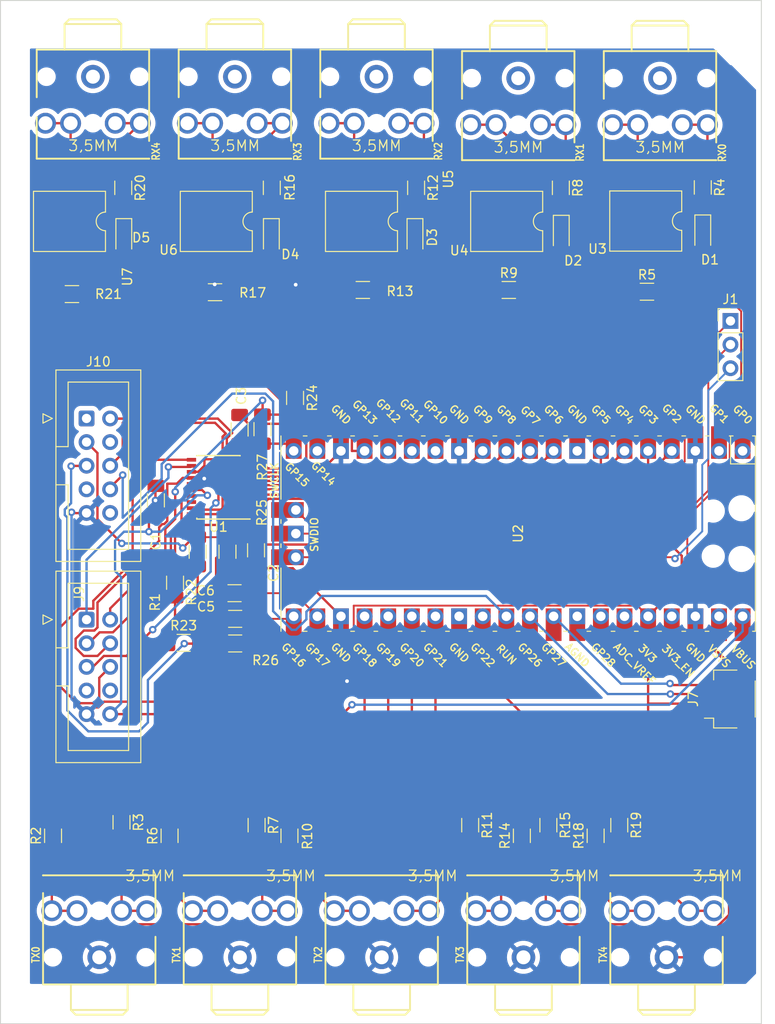
<source format=kicad_pcb>
(kicad_pcb (version 20221018) (generator pcbnew)
  (layers (0 "F.Cu" signal) (31 "B.Cu" signal) (34 "B.Paste" user) (35 "F.Paste" user) (36 "B.SilkS" user "B.Silkscreen") (37 "F.SilkS" user "F.Silkscreen") (38 "B.Mask" user) (39 "F.Mask" user) (44 "Edge.Cuts" user))
  (net 0 "")
  (net 1 "+5V")
  (net 2 "Net-(J1-Pin_2)")
  (net 3 "Net-(J1-Pin_3)")
  (net 4 "Net-(U1-OE)")
  (net 5 "Net-(U1-A1)")
  (net 6 "Net-(U1-A2)")
  (net 7 "Net-(U1-A3)")
  (net 8 "Net-(U1-A4)")
  (net 9 "Net-(U1-A5)")
  (net 10 "Net-(U1-A6)")
  (net 18 "Net-(D1-K)")
  (net 19 "Net-(D1-A)")
  (net 20 "Net-(D2-K)")
  (net 21 "Net-(D2-A)")
  (net 22 "Net-(D3-K)")
  (net 23 "Net-(D3-A)")
  (net 24 "Net-(D4-K)")
  (net 25 "Net-(D4-A)")
  (net 26 "Net-(D5-K)")
  (net 27 "Net-(D5-A)")
  (net 28 "Net-(J1-Pin_1)")
  (net 34 "Net-(R2-Pad1)")
  (net 35 "Net-(R3-Pad2)")
  (net 36 "Net-(R4-Pad1)")
  (net 37 "Net-(R6-Pad1)")
  (net 38 "Net-(R7-Pad2)")
  (net 39 "Net-(R8-Pad1)")
  (net 40 "Net-(R10-Pad1)")
  (net 41 "Net-(R11-Pad2)")
  (net 42 "Net-(R12-Pad1)")
  (net 43 "Net-(R14-Pad1)")
  (net 44 "Net-(R15-Pad2)")
  (net 45 "Net-(R16-Pad1)")
  (net 46 "Net-(R18-Pad1)")
  (net 47 "Net-(R19-Pad2)")
  (net 48 "Net-(R20-Pad1)")
  (net 54 "Net-(J7-Pin_3)")
  (net 55 "Net-(J7-Pin_4)")
  (net 57 "RGND")
  (net 58 "R3V")
  (net 59 "Net-(U2-GPIO15)")
  (net 60 "Net-(U2-GPIO16)")
  (net 61 "Net-(U2-GPIO17)")
  (net 62 "Encoder Push")
  (net 63 "Encoder A")
  (net 64 "Encoder B")
  (net 65 "Reset")
  (net 66 "RX1")
  (net 67 "RX2")
  (net 68 "RX3")
  (net 69 "RX4")
  (net 70 "RX5")
  (net 71 "TX1")
  (net 72 "TX3")
  (net 73 "TX4")
  (net 74 "TX5")
  (net 75 "TX2")
  (net 82 "5V Buzz")
  (net 83 "5V LCD CS")
  (net 84 "5V LCD RS")
  (net 85 "5V LCD Reset")
  (net 86 "5V Backlight")
  (net 87 "5V LCD CLK")
  (net 88 "5V LCD MOSI")
  (net 89 "Net-(U1-A7)")
  (net 90 "Net-(U1-A8)")
  (footprint "Resistor_SMD:R_1206_3216Metric_Pad1.30x1.75mm_HandSolder" (layer "F.Cu") (at 169.169659 50.140795 -90)
    (fp_text reference "R16")
    (fp_text value "220")
  )
  (footprint "Resistor_SMD:R_1206_3216Metric_Pad1.30x1.75mm_HandSolder" (layer "F.Cu") (at 190.494352 118.655384 -90)
    (fp_text reference "R11")
    (fp_text value "10")
  )
  (footprint "Resistor_SMD:R_1206_3216Metric_Pad1.30x1.75mm_HandSolder" (layer "F.Cu") (at 163.06679 61.363971)
    (fp_text reference "R17")
    (fp_text value "470")
  )
  (footprint "Package_DIP:SMDIP-6_W9.53mm" (layer "F.Cu") (at 194.416236 53.750701 -90)
    (fp_text reference "U4")
    (fp_text value "H11L1")
  )
  (footprint "Adafruit MIDI FeatherWing:STX3100" (layer "F.Cu") (at 180.520207 35.495701 -90)
    (fp_text reference "RX2")
    (fp_text value "AUDIO_STEREOJACK" hide)
  )
  (footprint "Diode_SMD:D_SOD-323_HandSoldering" (layer "F.Cu") (at 215.498173 55.069188 -90)
    (fp_text reference "D1")
    (fp_text value "1N4148")
  )
  (footprint "Resistor_SMD:R_1206_3216Metric_Pad1.30x1.75mm_HandSolder" (layer "F.Cu") (at 153.198757 50.140795 -90)
    (fp_text reference "R20")
    (fp_text value "220")
  )
  (footprint "Resistor_SMD:R_1206_3216Metric_Pad1.30x1.75mm_HandSolder" (layer "F.Cu") (at 196.050434 119.796099 90)
    (fp_text reference "R14")
    (fp_text value "33")
  )
  (footprint "Package_DIP:SMDIP-6_W9.53mm" (layer "F.Cu") (at 147.420207 53.750701 -90)
    (fp_text reference "U7")
    (fp_text value "H11L1")
  )
  (footprint "Adafruit MIDI FeatherWing:STX3100" (layer "F.Cu") (at 195.760207 35.655701 -90)
    (fp_text reference "RX1")
    (fp_text value "AUDIO_STEREOJACK" hide)
  )
  (footprint "Resistor_SMD:R_1206_3216Metric_Pad1.30x1.75mm_HandSolder" (layer "F.Cu") (at 198.90081 118.655384 -90)
    (fp_text reference "R15")
    (fp_text value "10")
  )
  (footprint "Adafruit MIDI FeatherWing:STX3100" (layer "F.Cu") (at 180.88081 135.559689 90)
    (fp_text reference "TX2")
    (fp_text value "AUDIO_STEREOJACK" hide)
  )
  (footprint "Resistor_SMD:R_1206_3216Metric_Pad1.30x1.75mm_HandSolder" (layer "F.Cu") (at 184.679864 50.140795 -90)
    (fp_text reference "R12")
    (fp_text value "220")
  )
  (footprint "Capacitor_SMD:C_1206_3216Metric_Pad1.33x1.80mm_HandSolder" (layer "F.Cu") (at 156.708795 83.739284 90)
    (fp_text reference "C1")
    (fp_text value "0.1uF")
  )
  (footprint "Package_DIP:SMDIP-6_W9.53mm" (layer "F.Cu") (at 163.201199 53.750701 -90)
    (fp_text reference "U6")
    (fp_text value "H11L1")
  )
  (footprint "Resistor_SMD:R_1206_3216Metric_Pad1.30x1.75mm_HandSolder" (layer "F.Cu") (at 215.498173 50.09885 -90)
    (fp_text reference "R4")
    (fp_text value "220")
  )
  (footprint "Resistor_SMD:R_1206_3216Metric_Pad1.30x1.75mm_HandSolder" (layer "F.Cu") (at 171.065475 119.796099 90)
    (fp_text reference "R10")
    (fp_text value "33")
  )
  (footprint "Connector_JST:JST_SH_SM04B-SRSS-TB_1x04-1MP_P1.00mm_Horizontal" (layer "F.Cu") (at 218.450278 105.094588 90)
    (fp_text reference "J7")
    (fp_text value "Stemma QT")
  )
  (footprint "Resistor_SMD:R_1206_3216Metric_Pad1.30x1.75mm_HandSolder" (layer "F.Cu") (at 153.011043 118.344197 -90)
    (fp_text reference "R3")
    (fp_text value "10")
  )
  (footprint "Resistor_SMD:R_1206_3216Metric_Pad1.30x1.75mm_HandSolder" (layer "F.Cu") (at 147.684334 61.565196)
    (fp_text reference "R21")
    (fp_text value "470")
  )
  (footprint "Resistor_SMD:R_1206_3216Metric_Pad1.30x1.75mm_HandSolder" (layer "F.Cu") (at 145.653812 119.796099 90)
    (fp_text reference "R2")
    (fp_text value "33")
  )
  (footprint "Adafruit MIDI FeatherWing:STX3100" (layer "F.Cu") (at 165.300207 35.495701 -90)
    (fp_text reference "RX3")
    (fp_text value "AUDIO_STEREOJACK" hide)
  )
  (footprint "Capacitor_SMD:C_1206_3216Metric_Pad1.33x1.80mm_HandSolder" (layer "F.Cu") (at 161.19805 89.257537 90)
    (fp_text reference "R22")
    (fp_text value "10k")
  )
  (footprint "Adafruit MIDI FeatherWing:STX3100" (layer "F.Cu") (at 165.64081 135.559689 90)
    (fp_text reference "TX1")
    (fp_text value "AUDIO_STEREOJACK" hide)
  )
  (footprint "Capacitor_SMD:C_1206_3216Metric_Pad1.33x1.80mm_HandSolder" (layer "F.Cu") (at 171.669174 72.7263 -90)
    (fp_text reference "R24")
    (fp_text value "10k")
  )
  (footprint "Diode_SMD:D_SOD-323_HandSoldering" (layer "F.Cu") (at 153.258785 55.463297 -90)
    (fp_text reference "D5")
    (fp_text value "1N4148")
  )
  (footprint "Resistor_SMD:R_1206_3216Metric_Pad1.30x1.75mm_HandSolder" (layer "F.Cu") (at 200.241642 50.140795 -90)
    (fp_text reference "R8")
    (fp_text value "220" hide)
  )
  (footprint "Resistor_SMD:R_1206_3216Metric_Pad1.30x1.75mm_HandSolder" (layer "F.Cu") (at 167.533072 118.655384 -90)
    (fp_text reference "R7")
    (fp_text value "10")
  )
  (footprint "Resistor_SMD:R_1206_3216Metric_Pad1.30x1.75mm_HandSolder" (layer "F.Cu") (at 194.647011 61.121379)
    (fp_text reference "R9")
    (fp_text value "470")
  )
  (footprint "Package_DIP:SMDIP-6_W9.53mm" (layer "F.Cu") (at 178.809449 53.750701 -90)
    (fp_text reference "U5")
    (fp_text value "H11L1")
  )
  (footprint "Capacitor_SMD:C_1206_3216Metric_Pad1.33x1.80mm_HandSolder" (layer "F.Cu") (at 158.768276 92.594291 90)
    (fp_text reference "R1")
    (fp_text value "10k")
  )
  (footprint "Capacitor_SMD:C_1206_3216Metric_Pad1.33x1.80mm_HandSolder" (layer "F.Cu") (at 164.404514 89.261033 -90)
    (fp_text reference "R25")
    (fp_text value "10k")
  )
  (footprint "Resistor_SMD:R_1206_3216Metric_Pad1.30x1.75mm_HandSolder" (layer "F.Cu") (at 158.177646 119.796099 90)
    (fp_text reference "R6")
    (fp_text value "33")
  )
  (footprint "Capacitor_SMD:C_1206_3216Metric_Pad1.33x1.80mm_HandSolder" (layer "F.Cu") (at 167.473061 89.107216 90)
    (fp_text reference "C2")
    (fp_text value "0.1uF")
  )
  (footprint "Diode_SMD:D_SOD-323_HandSoldering" (layer "F.Cu") (at 200.285662 55.106272 -90)
    (fp_text reference "D2")
    (fp_text value "1N4148")
  )
  (footprint "Adafruit MIDI FeatherWing:STX3100" (layer "F.Cu") (at 196.12081 135.559689 90)
    (fp_text reference "TX3")
    (fp_text value "AUDIO_STEREOJACK" hide)
  )
  (footprint "Capacitor_SMD:C_1206_3216Metric_Pad1.33x1.80mm_HandSolder" (layer "F.Cu") (at 159.693153 99.055285)
    (fp_text reference "R23")
    (fp_text value "10k")
  )
  (footprint "Capacitor_SMD:C_1206_3216Metric_Pad1.33x1.80mm_HandSolder" (layer "F.Cu") (at 168.163476 76.084132 -90)
    (fp_text reference "R27")
    (fp_text value "10k")
  )
  (footprint "Adafruit MIDI FeatherWing:STX3100" (layer "F.Cu") (at 150.52081 135.559689 90)
    (fp_text reference "TX0")
    (fp_text value "AUDIO_STEREOJACK" hide)
  )
  (footprint "Resistor_SMD:R_1206_3216Metric_Pad1.30x1.75mm_HandSolder" (layer "F.Cu") (at 209.497586 61.309731)
    (fp_text reference "R5")
    (fp_text value "470")
  )
  (footprint "Capacitor_SMD:C_1206_3216Metric_Pad1.33x1.80mm_HandSolder" (layer "F.Cu") (at 165.23032 99.121998)
    (fp_text reference "R26")
    (fp_text value "10k")
  )
  (footprint "Diode_SMD:D_SOD-323_HandSoldering" (layer "F.Cu") (at 184.559808 55.463297 -90)
    (fp_text reference "D3")
    (fp_text value "1N4148")
  )
  (footprint "Capacitor_SMD:C_1206_3216Metric_Pad1.33x1.80mm_HandSolder" (layer "F.Cu") (at 165.23032 96.475722)
    (fp_text reference "C5")
    (fp_text value "0.1uF")
  )
  (footprint "Package_DIP:SMDIP-6_W9.53mm" (layer "F.Cu") (at 209.365932 53.713617 -90)
    (fp_text reference "U3")
    (fp_text value "H11L1")
  )
  (footprint "Package_SO:SSOP-20_4.4x6.5mm_P0.65mm" (layer "F.Cu") (at 163.432544 82.298327 180)
    (fp_text reference "U1")
    (fp_text value "TXB0108DQSR")
  )
  (footprint "Adafruit MIDI FeatherWing:STX3100" (layer "F.Cu") (at 150.040207 35.495701 -90)
    (fp_text reference "RX4")
    (fp_text value "AUDIO_STEREOJACK" hide)
  )
  (footprint "Adafruit MIDI FeatherWing:STX3100" (layer "F.Cu") (at 211.000207 35.655701 -90)
    (fp_text reference "RX0")
    (fp_text value "AUDIO_STEREOJACK" hide)
  )
  (footprint "Capacitor_SMD:C_1206_3216Metric_Pad1.33x1.80mm_HandSolder" (layer "F.Cu") (at 165.70933 76.120002 -90)
    (fp_text reference "C3")
    (fp_text value "0.1uF")
  )
  (footprint "Adafruit MIDI FeatherWing:STX3100" (layer "F.Cu") (at 211.50081 135.559689 90)
    (fp_text reference "TX4")
    (fp_text value "AUDIO_STEREOJACK" hide)
  )
  (footprint "Connector_IDC:IDC-Header_2x05_P2.54mm_Vertical" (layer "F.Cu") (at 149.251968 74.933552)
    (fp_text reference "J10")
    (fp_text value "EXP2")
  )
  (footprint "Resistor_SMD:R_1206_3216Metric_Pad1.30x1.75mm_HandSolder" (layer "F.Cu") (at 178.953521 61.121379)
    (fp_text reference "R13")
    (fp_text value "470")
  )
  (footprint "Resistor_SMD:R_1206_3216Metric_Pad1.30x1.75mm_HandSolder" (layer "F.Cu") (at 203.98081 119.796099 90)
    (fp_text reference "R18")
    (fp_text value "33")
  )
  (footprint "Connector_IDC:IDC-Header_2x05_P2.54mm_Vertical" (layer "F.Cu") (at 149.254935 96.559599)
    (fp_text reference "J9")
    (fp_text value "EXP1")
  )
  (footprint "Capacitor_SMD:C_1206_3216Metric_Pad1.33x1.80mm_HandSolder" (layer "F.Cu") (at 165.163607 93.718257)
    (fp_text reference "C6")
    (fp_text value "0.1uF")
  )
  (footprint "Diode_SMD:D_SOD-323_HandSoldering" (layer "F.Cu") (at 169.120808 55.463297 -90)
    (fp_text reference "D4")
    (fp_text value "1N4148")
  )
  (footprint "MCU_RaspberryPi_and_Boards:RPi_Pico_SMD_TH" (layer "F.Cu") (at 195.653 87.313055 -90)
    (fp_text reference "U2")
    (fp_text value "Pico")
  )
  (footprint "Resistor_SMD:R_1206_3216Metric_Pad1.30x1.75mm_HandSolder" (layer "F.Cu") (at 206.52081 118.655384 -90)
    (fp_text reference "R19")
    (fp_text value "10")
  )
  (footprint "Connector_PinHeader_2.54mm:PinHeader_1x03_P2.54mm_Vertical" (layer "F.Cu") (at 218.4755 64.453055)
    (fp_text reference "J1")
    (fp_text value "Debug SWIO")
  )
  (gr_rect (start 140 30) (end 221.796792 140) (stroke (width 0.1)) (fill none) (layer "Edge.Cuts"))
  (segment (start 161.668039 82.623327) (end 160.570044 82.623327) (width 0.25) (layer "F.Cu") (net 1))
  (segment (start 155.959392 86.051187) (end 155.959392 87.106197) (width 0.25) (layer "F.Cu") (net 1))
  (segment (start 176.777294 106.719599) (end 177.78947 105.707423) (width 0.25) (layer "F.Cu") (net 1))
  (segment (start 162.241626 83.196914) (end 161.668039 82.623327) (width 0.25) (layer "F.Cu") (net 1))
  (segment (start 156.708795 85.301784) (end 155.959392 86.051187) (width 0.25) (layer "F.Cu") (net 1))
  (segment (start 151.794935 106.719599) (end 176.777294 106.719599) (width 0.25) (layer "F.Cu") (net 1))
  (via (at 177.78947 105.707423) (size 0.8) (drill 0.4) (layers "F.Cu" "B.Cu") (net 1))
  (via (at 155.959392 87.106197) (size 0.8) (drill 0.4) (layers "F.Cu" "B.Cu") (net 1))
  (via (at 162.241626 83.196914) (size 0.8) (drill 0.4) (layers "F.Cu" "B.Cu") (net 1))
  (segment (start 151.794935 106.719599) (end 152.969935 105.544599) (width 0.25) (layer "B.Cu") (net 1))
  (segment (start 155.959392 87.106197) (end 157.232238 87.106197) (width 0.25) (layer "B.Cu") (net 1))
  (segment (start 152.318983 91.331831) (end 152.318983 88.065843) (width 0.25) (layer "B.Cu") (net 1))
  (segment (start 152.318983 88.065843) (end 153.278629 87.106197) (width 0.25) (layer "B.Cu") (net 1))
  (segment (start 152.969935 105.544599) (end 152.969935 91.982783) (width 0.25) (layer "B.Cu") (net 1))
  (segment (start 219.783 97.813358) (end 219.783 96.203055) (width 0.25) (layer "B.Cu") (net 1))
  (segment (start 153.278629 87.106197) (end 155.959392 87.106197) (width 0.25) (layer "B.Cu") (net 1))
  (segment (start 152.969935 91.982783) (end 152.318983 91.331831) (width 0.25) (layer "B.Cu") (net 1))
  (segment (start 161.141521 83.196914) (end 162.241626 83.196914) (width 0.25) (layer "B.Cu") (net 1))
  (segment (start 177.78947 105.707423) (end 211.888935 105.707423) (width 0.25) (layer "B.Cu") (net 1))
  (segment (start 157.232238 87.106197) (end 161.141521 83.196914) (width 0.25) (layer "B.Cu") (net 1))
  (segment (start 211.888935 105.707423) (end 219.783 97.813358) (width 0.25) (layer "B.Cu") (net 1))
  (segment (start 216.093 69.375555) (end 218.4755 66.993055) (width 0.2) (layer "F.Cu") (net 2))
  (segment (start 216.093 82.678741) (end 216.093 69.375555) (width 0.2) (layer "F.Cu") (net 2))
  (segment (start 211.458686 87.313055) (end 216.093 82.678741) (width 0.2) (layer "F.Cu") (net 2))
  (segment (start 171.753 87.313055) (end 211.458686 87.313055) (width 0.2) (layer "F.Cu") (net 2))
  (segment (start 171.753 89.853055) (end 212.369446 89.853055) (width 0.2) (layer "F.Cu") (net 3))
  (segment (start 212.369446 89.853055) (end 212.514055 89.997664) (width 0.2) (layer "F.Cu") (net 3))
  (via (at 212.514055 89.997664) (size 0.8) (drill 0.4) (layers "F.Cu" "B.Cu") (net 3))
  (segment (start 215.443589 87.06813) (end 215.443589 79.914619) (width 0.2) (layer "B.Cu") (net 3))
  (segment (start 216.093 79.265208) (end 216.093 71.915555) (width 0.2) (layer "B.Cu") (net 3))
  (segment (start 212.514055 89.997664) (end 215.443589 87.06813) (width 0.2) (layer "B.Cu") (net 3))
  (segment (start 216.093 71.915555) (end 218.4755 69.533055) (width 0.2) (layer "B.Cu") (net 3))
  (segment (start 215.443589 79.914619) (end 216.093 79.265208) (width 0.2) (layer "B.Cu") (net 3))
  (segment (start 158.768276 87.653426) (end 160.041704 86.379998) (width 0.25) (layer "F.Cu") (net 4))
  (segment (start 158.768276 91.031791) (end 158.768276 87.653426) (width 0.25) (layer "F.Cu") (net 4))
  (segment (start 160.041704 86.379998) (end 163.340986 86.379998) (width 0.25) (layer "F.Cu") (net 4))
  (segment (start 164.782544 82.749494) (end 165.558711 81.973327) (width 0.25) (layer "F.Cu") (net 4))
  (segment (start 163.340986 86.379998) (end 164.782544 84.93844) (width 0.25) (layer "F.Cu") (net 4))
  (segment (start 165.558711 81.973327) (end 166.295044 81.973327) (width 0.25) (layer "F.Cu") (net 4))
  (segment (start 164.782544 84.93844) (end 164.782544 82.749494) (width 0.25) (layer "F.Cu") (net 4))
  (segment (start 166.295044 85.223327) (end 167.152728 85.223327) (width 0.25) (layer "F.Cu") (net 5))
  (segment (start 167.152728 85.223327) (end 168.80313 83.572925) (width 0.25) (layer "F.Cu") (net 5))
  (segment (start 168.80313 83.572925) (end 207.01313 83.572925) (width 0.25) (layer "F.Cu") (net 5))
  (segment (start 207.01313 83.572925) (end 212.163 78.423055) (width 0.25) (layer "F.Cu") (net 5))
  (segment (start 167.166332 84.573327) (end 168.616734 83.122925) (width 0.25) (layer "F.Cu") (net 6))
  (segment (start 166.295044 84.573327) (end 167.166332 84.573327) (width 0.25) (layer "F.Cu") (net 6))
  (segment (start 209.623 79.897295) (end 209.623 78.423055) (width 0.25) (layer "F.Cu") (net 6))
  (segment (start 206.39737 83.122925) (end 209.623 79.897295) (width 0.25) (layer "F.Cu") (net 6))
  (segment (start 168.616734 83.122925) (end 206.39737 83.122925) (width 0.25) (layer "F.Cu") (net 6))
  (segment (start 167.179936 83.923327) (end 168.555023 82.54824) (width 0.25) (layer "F.Cu") (net 7))
  (segment (start 168.555023 82.54824) (end 205.852324 82.54824) (width 0.25) (layer "F.Cu") (net 7))
  (segment (start 205.852324 79.653731) (end 207.083 78.423055) (width 0.25) (layer "F.Cu") (net 7))
  (segment (start 205.852324 82.54824) (end 205.852324 79.653731) (width 0.25) (layer "F.Cu") (net 7))
  (segment (start 166.295044 83.923327) (end 167.179936 83.923327) (width 0.25) (layer "F.Cu") (net 7))
  (segment (start 204.543 81.68279) (end 204.543 78.423055) (width 0.25) (layer "F.Cu") (net 8))
  (segment (start 166.295044 83.273327) (end 167.19354 83.273327) (width 0.25) (layer "F.Cu") (net 8))
  (segment (start 196.424211 82.09824) (end 196.839661 81.68279) (width 0.25) (layer "F.Cu") (net 8))
  (segment (start 168.368627 82.09824) (end 196.424211 82.09824) (width 0.25) (layer "F.Cu") (net 8))
  (segment (start 167.19354 83.273327) (end 168.368627 82.09824) (width 0.25) (layer "F.Cu") (net 8))
  (segment (start 196.839661 81.68279) (end 204.543 81.68279) (width 0.25) (layer "F.Cu") (net 8))
  (segment (start 168.182231 81.64824) (end 196.237815 81.64824) (width 0.25) (layer "F.Cu") (net 9))
  (segment (start 167.857318 81.323327) (end 168.182231 81.64824) (width 0.25) (layer "F.Cu") (net 9))
  (segment (start 166.295044 81.323327) (end 167.857318 81.323327) (width 0.25) (layer "F.Cu") (net 9))
  (segment (start 196.237815 81.64824) (end 199.463 78.423055) (width 0.25) (layer "F.Cu") (net 9))
  (segment (start 168.368627 81.19824) (end 194.147815 81.19824) (width 0.25) (layer "F.Cu") (net 10))
  (segment (start 167.843714 80.673327) (end 168.368627 81.19824) (width 0.25) (layer "F.Cu") (net 10))
  (segment (start 194.147815 81.19824) (end 196.923 78.423055) (width 0.25) (layer "F.Cu") (net 10))
  (segment (start 166.295044 80.673327) (end 167.843714 80.673327) (width 0.25) (layer "F.Cu") (net 10))
  (segment (start 214.606165 51.64885) (end 211.905932 48.948617) (width 0.25) (layer "F.Cu") (net 18))
  (segment (start 215.498173 51.64885) (end 214.606165 51.64885) (width 0.25) (layer "F.Cu") (net 18))
  (segment (start 215.498173 51.64885) (end 215.498173 53.819188) (width 0.25) (layer "F.Cu") (net 18))
  (segment (start 209.365932 50.186947) (end 215.498173 56.319188) (width 0.25) (layer "F.Cu") (net 19))
  (segment (start 209.365932 48.948617) (end 209.365932 50.186947) (width 0.25) (layer "F.Cu") (net 19))
  (segment (start 208.500207 48.082892) (end 209.365932 48.948617) (width 0.25) (layer "F.Cu") (net 19))
  (segment (start 208.500207 43.355701) (end 208.500207 48.082892) (width 0.25) (layer "F.Cu") (net 19))
  (segment (start 205.800207 43.355701) (end 208.500207 43.355701) (width 0.25) (layer "F.Cu") (net 19))
  (segment (start 197.536548 48.985701) (end 200.241642 51.690795) (width 0.25) (layer "F.Cu") (net 20))
  (segment (start 200.241642 51.690795) (end 200.241642 53.812252) (width 0.25) (layer "F.Cu") (net 20))
  (segment (start 196.956236 48.985701) (end 197.536548 48.985701) (width 0.25) (layer "F.Cu") (net 20))
  (segment (start 200.241642 53.812252) (end 200.285662 53.856272) (width 0.25) (layer "F.Cu") (net 20))
  (segment (start 190.560207 43.355701) (end 193.260207 43.355701) (width 0.25) (layer "F.Cu") (net 21))
  (segment (start 194.416236 44.51173) (end 194.416236 48.985701) (width 0.25) (layer "F.Cu") (net 21))
  (segment (start 193.260207 43.355701) (end 194.416236 44.51173) (width 0.25) (layer "F.Cu") (net 21))
  (segment (start 194.416236 50.486846) (end 200.285662 56.356272) (width 0.25) (layer "F.Cu") (net 21))
  (segment (start 194.416236 48.985701) (end 194.416236 50.486846) (width 0.25) (layer "F.Cu") (net 21))
  (segment (start 184.679864 51.690795) (end 184.054543 51.690795) (width 0.25) (layer "F.Cu") (net 22))
  (segment (start 184.054543 51.690795) (end 181.349449 48.985701) (width 0.25) (layer "F.Cu") (net 22))
  (segment (start 184.559808 54.213297) (end 184.559808 51.810851) (width 0.25) (layer "F.Cu") (net 22))
  (segment (start 184.559808 51.810851) (end 184.679864 51.690795) (width 0.25) (layer "F.Cu") (net 22))
  (segment (start 178.020207 43.195701) (end 178.020207 48.196459) (width 0.25) (layer "F.Cu") (net 23))
  (segment (start 178.020207 48.196459) (end 178.809449 48.985701) (width 0.25) (layer "F.Cu") (net 23))
  (segment (start 178.809449 48.985701) (end 178.809449 50.962938) (width 0.25) (layer "F.Cu") (net 23))
  (segment (start 175.320207 43.195701) (end 178.020207 43.195701) (width 0.25) (layer "F.Cu") (net 23))
  (segment (start 178.809449 50.962938) (end 184.559808 56.713297) (width 0.25) (layer "F.Cu") (net 23))
  (segment (start 169.169659 51.690795) (end 166.464565 48.985701) (width 0.25) (layer "F.Cu") (net 24))
  (segment (start 169.120808 54.213297) (end 169.120808 51.739646) (width 0.25) (layer "F.Cu") (net 24))
  (segment (start 160.100207 43.195701) (end 162.800207 43.195701) (width 0.25) (layer "F.Cu") (net 25))
  (segment (start 162.800207 48.304267) (end 163.201199 48.705259) (width 0.25) (layer "F.Cu") (net 25))
  (segment (start 163.201199 48.705259) (end 163.201199 49.54217) (width 0.25) (layer "F.Cu") (net 25))
  (segment (start 162.800207 43.195701) (end 162.800207 48.304267) (width 0.25) (layer "F.Cu") (net 25))
  (segment (start 163.201199 48.985701) (end 163.201199 50.793688) (width 0.25) (layer "F.Cu") (net 25))
  (segment (start 163.201199 50.793688) (end 169.120808 56.713297) (width 0.25) (layer "F.Cu") (net 25))
  (segment (start 149.960207 48.985701) (end 152.665301 51.690795) (width 0.25) (layer "F.Cu") (net 26))
  (segment (start 152.665301 51.690795) (end 153.198757 51.690795) (width 0.25) (layer "F.Cu") (net 26))
  (segment (start 153.198757 51.690795) (end 153.198757 54.153269) (width 0.25) (layer "F.Cu") (net 26))
  (segment (start 153.198757 54.153269) (end 153.258785 54.213297) (width 0.25) (layer "F.Cu") (net 26))
  (segment (start 147.540207 43.195701) (end 147.540207 48.865701) (width 0.25) (layer "F.Cu") (net 27))
  (segment (start 144.840207 43.195701) (end 147.540207 43.195701) (width 0.25) (layer "F.Cu") (net 27))
  (segment (start 147.420207 50.874719) (end 153.258785 56.713297) (width 0.25) (layer "F.Cu") (net 27))
  (segment (start 147.540207 48.865701) (end 147.420207 48.985701) (width 0.25) (layer "F.Cu") (net 27))
  (segment (start 147.420207 48.985701) (end 147.420207 50.874719) (width 0.25) (layer "F.Cu") (net 27))
  (segment (start 172.918 85.938055) (end 207.171906 85.938055) (width 0.2) (layer "F.Cu") (net 28))
  (segment (start 207.171906 85.938055) (end 213.553 79.556961) (width 0.2) (layer "F.Cu") (net 28))
  (segment (start 171.753 84.773055) (end 172.918 85.938055) (width 0.2) (layer "F.Cu") (net 28))
  (segment (start 213.553 69.375555) (end 218.4755 64.453055) (width 0.2) (layer "F.Cu") (net 28))
  (segment (start 213.553 79.556961) (end 213.553 69.375555) (width 0.2) (layer "F.Cu") (net 28))
  (segment (start 145.52081 127.859689) (end 148.22081 127.859689) (width 0.25) (layer "F.Cu") (net 34))
  (segment (start 145.653812 121.346099) (end 145.52081 121.479101) (width 0.25) (layer "F.Cu") (net 34))
  (segment (start 145.52081 121.479101) (end 145.52081 127.859689) (width 0.25) (layer "F.Cu") (net 34))
  (segment (start 153.02081 127.859689) (end 153.02081 119.903964) (width 0.25) (layer "F.Cu") (net 35))
  (segment (start 153.02081 119.903964) (end 153.011043 119.894197) (width 0.25) (layer "F.Cu") (net 35))
  (segment (start 153.02081 127.859689) (end 155.72081 127.859689) (width 0.25) (layer "F.Cu") (net 35))
  (segment (start 216.000207 48.046816) (end 215.498173 48.54885) (width 0.25) (layer "F.Cu") (net 36))
  (segment (start 213.300207 43.355701) (end 216.000207 43.355701) (width 0.25) (layer "F.Cu") (net 36))
  (segment (start 216.000207 43.355701) (end 216.000207 48.046816) (width 0.25) (layer "F.Cu") (net 36))
  (segment (start 158.177646 125.396525) (end 160.64081 127.859689) (width 0.25) (layer "F.Cu") (net 37))
  (segment (start 160.64081 127.859689) (end 163.34081 127.859689) (width 0.25) (layer "F.Cu") (net 37))
  (segment (start 158.177646 121.346099) (end 158.177646 125.396525) (width 0.25) (layer "F.Cu") (net 37))
  (segment (start 168.14081 127.859689) (end 170.84081 127.859689) (width 0.25) (layer "F.Cu") (net 38))
  (segment (start 167.533072 120.205384) (end 168.14081 120.813122) (width 0.25) (layer "F.Cu") (net 38))
  (segment (start 168.14081 120.813122) (end 168.14081 127.859689) (width 0.25) (layer "F.Cu") (net 38))
  (segment (start 198.060207 43.355701) (end 200.760207 43.355701) (width 0.25) (layer "F.Cu") (net 39))
  (segment (start 200.760207 48.07223) (end 200.241642 48.590795) (width 0.25) (layer "F.Cu") (net 39))
  (segment (start 200.760207 43.355701) (end 200.760207 48.07223) (width 0.25) (layer "F.Cu") (net 39))
  (segment (start 175.88081 127.859689) (end 178.58081 127.859689) (width 0.25) (layer "F.Cu") (net 40))
  (segment (start 171.065475 121.346099) (end 171.065475 123.044354) (width 0.25) (layer "F.Cu") (net 40))
  (segment (start 171.065475 123.044354) (end 175.88081 127.859689) (width 0.25) (layer "F.Cu") (net 40))
  (segment (start 186.08081 127.859689) (end 190.494352 123.446147) (width 0.25) (layer "F.Cu") (net 41))
  (segment (start 190.494352 123.446147) (end 190.494352 120.205384) (width 0.25) (layer "F.Cu") (net 41))
  (segment (start 183.38081 127.859689) (end 186.08081 127.859689) (width 0.25) (layer "F.Cu") (net 41))
  (segment (start 185.520207 43.195701) (end 182.820207 43.195701) (width 0.25) (layer "F.Cu") (net 42))
  (segment (start 184.679864 48.590795) (end 185.520207 47.750452) (width 0.25) (layer "F.Cu") (net 42))
  (segment (start 185.520207 47.750452) (end 185.520207 43.195701) (width 0.25) (layer "F.Cu") (net 42))
  (segment (start 193.82081 123.575723) (end 196.050434 121.346099) (width 0.25) (layer "F.Cu") (net 43))
  (segment (start 191.12081 127.859689) (end 193.82081 127.859689) (width 0.25) (layer "F.Cu") (net 43))
  (segment (start 193.82081 127.859689) (end 193.82081 123.575723) (width 0.25) (layer "F.Cu") (net 43))
  (segment (start 198.62081 127.859689) (end 201.32081 127.859689) (width 0.25) (layer "F.Cu") (net 44))
  (segment (start 198.62081 127.859689) (end 198.62081 120.485384) (width 0.25) (layer "F.Cu") (net 44))
  (segment (start 198.62081 120.485384) (end 198.90081 120.205384) (width 0.25) (layer "F.Cu") (net 44))
  (segment (start 170.300207 43.195701) (end 169.169659 44.326249) (width 0.25) (layer "F.Cu") (net 45))
  (segment (start 169.169659 44.326249) (end 169.169659 48.590795) (width 0.25) (layer "F.Cu") (net 45))
  (segment (start 170.300207 43.195701) (end 167.600207 43.195701) (width 0.25) (layer "F.Cu") (net 45))
  (segment (start 203.98081 125.339689) (end 206.50081 127.859689) (width 0.25) (layer "F.Cu") (net 46))
  (segment (start 203.98081 121.346099) (end 203.98081 125.339689) (width 0.25) (layer "F.Cu") (net 46))
  (segment (start 206.50081 127.859689) (end 209.20081 127.859689) (width 0.25) (layer "F.Cu") (net 46))
  (segment (start 214.00081 127.859689) (end 216.70081 127.859689) (width 0.25) (layer "F.Cu") (net 47))
  (segment (start 206.52081 120.379689) (end 214.00081 127.859689) (width 0.25) (layer "F.Cu") (net 47))
  (segment (start 206.52081 120.205384) (end 206.52081 120.379689) (width 0.25) (layer "F.Cu") (net 47))
  (segment (start 155.040207 43.195701) (end 153.198757 45.037151) (width 0.25) (layer "F.Cu") (net 48))
  (segment (start 152.340207 43.195701) (end 155.040207 43.195701) (width 0.25) (layer "F.Cu") (net 48))
  (segment (start 153.198757 45.037151) (end 153.198757 48.590795) (width 0.25) (layer "F.Cu") (net 48))
  (segment (start 212.010961 104.560092) (end 216.442537 104.560092) (width 0.25) (layer "F.Cu") (net 54))
  (segment (start 216.442537 104.560092) (end 216.4755 104.593055) (width 0.25) (layer "F.Cu") (net 54))
  (via (at 212.010961 104.560092) (size 0.8) (drill 0.4) (layers "F.Cu" "B.Cu") (net 54))
  (segment (start 205.280037 104.560092) (end 212.010961 104.560092) (width 0.25) (layer "B.Cu") (net 54))
  (segment (start 196.923 96.203055) (end 205.280037 104.560092) (width 0.25) (layer "B.Cu") (net 54))
  (segment (start 212.137274 103.593055) (end 216.4755 103.593055) (width 0.25) (layer "F.Cu") (net 55))
  (segment (start 211.973898 103.429679) (end 212.137274 103.593055) (width 0.25) (layer "F.Cu") (net 55))
  (via (at 211.973898 103.429679) (size 0.8) (drill 0.4) (layers "F.Cu" "B.Cu") (net 55))
  (segment (start 199.463 96.203055) (end 206.708156 103.448211) (width 0.25) (layer "B.Cu") (net 55))
  (segment (start 206.708156 103.448211) (end 211.955366 103.448211) (width 0.25) (layer "B.Cu") (net 55))
  (segment (start 211.955366 103.448211) (end 211.973898 103.429679) (width 0.25) (layer "B.Cu") (net 55))
  (segment (start 147.739779 85.111206) (end 147.642234 85.013661) (width 0.25) (layer "F.Cu") (net 57))
  (segment (start 171.736216 60.508934) (end 171.736216 60.556429) (width 0.25) (layer "F.Cu") (net 57))
  (segment (start 165.74081 132.859689) (end 162.19081 129.309689) (width 0.25) (layer "F.Cu") (net 57))
  (segment (start 151.140151 105.380921) (end 175.045031 105.380921) (width 0.25) (layer "F.Cu") (net 57))
  (segment (start 211.60081 132.859689) (end 208.05081 129.309689) (width 0.25) (layer "F.Cu") (net 57))
  (segment (start 163.601107 93.718257) (end 163.601107 97.345468) (width 0.2) (layer "F.Cu") (net 57))
  (segment (start 147.420207 58.515701) (end 147.420207 61.589242) (width 0.25) (layer "F.Cu") (net 57))
  (segment (start 218.319567 106.72341) (end 218.319567 101.254097) (width 0.25) (layer "F.Cu") (net 57))
  (segment (start 214.703 97.813055) (end 218.319567 101.429622) (width 0.25) (layer "F.Cu") (net 57))
  (segment (start 147.420207 61.589242) (end 148.596161 62.765196) (width 0.25) (layer "F.Cu") (net 57))
  (segment (start 163.179514 89.946886) (end 163.290367 89.836033) (width 0.25) (layer "F.Cu") (net 57))
  (segment (start 217.052606 106.72341) (end 218.319567 106.72341) (width 0.25) (layer "F.Cu") (net 57))
  (segment (start 192.964352 57.063817) (end 194.416236 58.515701) (width 0.25) (layer "F.Cu") (net 57))
  (segment (start 154.17081 129.309689) (end 150.62081 132.859689) (width 0.25) (layer "F.Cu") (net 57))
  (segment (start 214.703 97.63753) (end 214.703 96.203055) (width 0.25) (layer "F.Cu") (net 57))
  (segment (start 163.179514 93.296664) (end 163.179514 89.946886) (width 0.25) (layer "F.Cu") (net 57))
  (segment (start 175.177815 79.84824) (end 176.603 78.423055) (width 0.25) (layer "F.Cu") (net 57))
  (segment (start 214.703 96.203055) (end 214.703 97.813055) (width 0.25) (layer "F.Cu") (net 57))
  (segment (start 185.530558 62.321379) (end 190.78812 57.063817) (width 0.25) (layer "F.Cu") (net 57))
  (segment (start 150.526473 105.994599) (end 151.140151 105.380921) (width 0.25) (layer "F.Cu") (net 57))
  (segment (start 163.030627 58.686273) (end 163.201199 58.515701) (width 0.25) (layer "F.Cu") (net 57))
  (segment (start 162.19081 129.309689) (end 154.17081 129.309689) (width 0.25) (layer "F.Cu") (net 57))
  (segment (start 207.951132 57.063817) (end 209.365932 58.478617) (width 0.25) (layer "F.Cu") (net 57))
  (segment (start 163.030627 60.518579) (end 163.030627 58.686273) (width 0.25) (layer "F.Cu") (net 57))
  (segment (start 172.566519 75.448055) (end 172.876371 75.757907) (width 0.25) (layer "F.Cu") (net 57))
  (segment (start 161.651174 56.965676) (end 163.201199 58.515701) (width 0.25) (layer "F.Cu") (net 57))
  (segment (start 148.596161 62.765196) (end 153.871704 62.765196) (width 0.25) (layer "F.Cu") (net 57))
  (segment (start 161.907044 81.397827) (end 161.331544 81.973327) (width 0.25) (layer "F.Cu") (net 57))
  (segment (start 175.054449 57.190701) (end 171.736216 60.508934) (width 0.25) (layer "F.Cu") (net 57))
  (segment (start 149.251971 85.111206) (end 147.739779 85.111206) (width 0.25) (layer "F.Cu") (net 57))
  (segment (start 194.95081 134.129689) (end 182.25081 134.129689) (width 0.25) (layer "F.Cu") (net 57))
  (segment (start 149.254935 106.719599) (end 149.979935 105.994599) (width 0.25) (layer "F.Cu") (net 57))
  (segment (start 156.659094 82.226485) (end 156.708795 82.176784) (width 0.25) (layer "F.Cu") (net 57))
  (segment (start 161.331544 81.973327) (end 160.570044 81.973327) (width 0.25) (layer "F.Cu") (net 57))
  (segment (start 170.348 75.448055) (end 172.566519 75.448055) (width 0.25) (layer "F.Cu") (net 57))
  (segment (start 199.77081 129.309689) (end 196.22081 132.859689) (width 0.25) (layer "F.Cu") (net 57))
  (segment (start 178.809449 58.515701) (end 177.484449 57.190701) (width 0.25) (layer "F.Cu") (net 57))
  (segment (start 167.8314 91.028055) (end 171.428 91.028055) (width 0.25) (layer "F.Cu") (net 57))
  (segment (start 196.22081 132.859689) (end 194.95081 134.129689) (width 0.25) (layer "F.Cu") (net 57))
  (segment (start 149.979935 105.994599) (end 150.526473 105.994599) (width 0.25) (layer "F.Cu") (net 57))
  (segment (start 163.290367 89.836033) (end 166.639378 89.836033) (width 0.25) (layer "F.Cu") (net 57))
  (segment (start 205.700732 57.063817) (end 207.951132 57.063817) (width 0.25) (layer "F.Cu") (net 57))
  (segment (start 182.25081 134.129689) (end 180.98081 132.859689) (width 0.25) (layer "F.Cu") (net 57))
  (segment (start 189.303 78.423055) (end 189.303 76.813055) (width 0.25) (layer "F.Cu") (net 57))
  (segment (start 213.75142 132.859689) (end 211.60081 132.859689) (width 0.25) (layer "F.Cu") (net 57))
  (segment (start 189.303 76.813055) (end 203.606324 62.509731) (width 0.25) (layer "F.Cu") (net 57))
  (segment (start 166.66096 75.509132) (end 170.286923 75.509132) (width 0.25) (layer "F.Cu") (net 57))
  (segment (start 172.876371 79.84824) (end 175.177815 79.84824) (width 0.25) (layer "F.Cu") (net 57))
  (segment (start 171.428 91.028055) (end 176.603 96.203055) (width 0.25) (layer "F.Cu") (net 57))
  (segment (start 216.4755 106.593055) (end 216.922251 106.593055) (width 0.25) (layer "F.Cu") (net 57))
  (segment (start 165.70933 74.557502) (end 166.66096 75.509132) (width 0.25) (layer "F.Cu") (net 57))
  (segment (start 159.671224 56.965676) (end 161.651174 56.965676) (width 0.25) (layer "F.Cu") (net 57))
  (segment (start 216.922251 106.593055) (end 217.052606 106.72341) (width 0.25) (layer "F.Cu") (net 57))
  (segment (start 153.871704 62.765196) (end 159.671224 56.965676) (width 0.25) (layer "F.Cu") (net 57))
  (segment (start 208.05081 129.309689) (end 199.77081 129.309689) (width 0.25) (layer "F.Cu") (net 57))
  (segment (start 180.98081 132.859689) (end 179.71081 131.589689) (width 0.25) (layer "F.Cu") (net 57))
  (segment (start 209.365932 61.729558) (end 209.365932 58.478617) (width 0.25) (layer "F.Cu") (net 57))
  (segment (start 194.416236 58.515701) (end 194.416236 61.178777) (width 0.25) (layer "F.Cu") (net 57))
  (segment (start 200.44317 62.321379) (end 205.700732 57.063817) (width 0.25) (layer "F.Cu") (net 57))
  (segment (start 178.809449 61.26548) (end 179.865348 62.321379) (width 0.25) (layer "F.Cu") (net 57))
  (segment (start 218.319567 101.429622) (end 218.319567 128.291542) (width 0.25) (layer "F.Cu") (net 57))
  (segment (start 156.659094 83.743508) (end 156.659094 82.226485) (width 0.25) (layer "F.Cu") (net 57))
  (segment (start 177.484449 57.190701) (end 175.054449 57.190701) (width 0.25) (layer "F.Cu") (net 57))
  (segment (start 179.865348 62.321379) (end 185.530558 62.321379) (width 0.25) (layer "F.Cu") (net 57))
  (segment (start 172.876371 75.757907) (end 172.876371 79.84824) (width 0.25) (layer "F.Cu") (net 57))
  (segment (start 218.319567 101.254097) (end 214.703 97.63753) (width 0.25) (layer "F.Cu") (net 57))
  (segment (start 167.01081 131.589689) (end 165.74081 132.859689) (width 0.25) (layer "F.Cu") (net 57))
  (segment (start 208.585759 62.509731) (end 209.365932 61.729558) (width 0.25) (layer "F.Cu") (net 57))
  (segment (start 195.558838 62.321379) (end 200.44317 62.321379) (width 0.25) (layer "F.Cu") (net 57))
  (segment (start 178.809449 58.515701) (end 178.809449 61.26548) (width 0.25) (layer "F.Cu") (net 57))
  (segment (start 166.639378 89.836033) (end 167.473061 90.669716) (width 0.25) (layer "F.Cu") (net 57))
  (segment (start 170.286923 75.509132) (end 170.348 75.448055) (width 0.25) (layer "F.Cu") (net 57))
  (segment (start 218.319567 128.291542) (end 213.75142 132.859689) (width 0.25) (layer "F.Cu") (net 57))
  (segment (start 190.78812 57.063817) (end 192.964352 57.063817) (width 0.25) (layer "F.Cu") (net 57))
  (segment (start 203.606324 62.509731) (end 208.585759 62.509731) (width 0.25) (layer "F.Cu") (net 57))
  (segment (start 194.416236 61.178777) (end 195.558838 62.321379) (width 0.25) (layer "F.Cu") (net 57))
  (segment (start 179.71081 131.589689) (end 167.01081 131.589689) (width 0.25) (layer "F.Cu") (net 57))
  (segment (start 163.601107 93.718257) (end 163.179514 93.296664) (width 0.25) (layer "F.Cu") (net 57))
  (segment (start 167.473061 90.669716) (end 167.8314 91.028055) (width 0.25) (layer "F.Cu") (net 57))
  (segment (start 175.045031 105.380921) (end 177.253642 103.17231) (width 0.25) (layer "F.Cu") (net 57))
  (via (at 161.907044 81.397827) (size 0.8) (drill 0.4) (layers "F.Cu" "B.Cu") (net 57))
  (via (at 156.659094 83.743508) (size 0.8) (drill 0.4) (layers "F.Cu" "B.Cu") (net 57))
  (via (at 147.642234 85.013661) (size 0.8) (drill 0.4) (layers "F.Cu" "B.Cu") (net 57))
  (via (at 177.253642 103.17231) (size 0.8) (drill 0.4) (layers "F.Cu" "B.Cu") (net 57))
  (via (at 163.030627 60.518579) (size 0.8) (drill 0.4) (layers "F.Cu" "B.Cu") (net 57))
  (via (at 171.736216 60.556429) (size 0.8) (drill 0.4) (layers "F.Cu" "B.Cu") (net 57))
  (segment (start 176.603 102.521668) (end 176.603 96.203055) (width 0.25) (layer "B.Cu") (net 57))
  (segment (start 147.642234 105.106898) (end 149.254935 106.719599) (width 0.25) (layer "B.Cu") (net 57))
  (segment (start 161.907044 81.397827) (end 161.907044 81.794995) (width 0.25) (layer "B.Cu") (net 57))
  (segment (start 159.958531 83.743508) (end 156.659094 83.743508) (width 0.25) (layer "B.Cu") (net 57))
  (segment (start 161.907044 81.794995) (end 159.958531 83.743508) (width 0.25) (layer "B.Cu") (net 57))
  (segment (start 163.068477 60.556429) (end 163.030627 60.518579) (width 0.25) (layer "B.Cu") (net 57))
  (segment (start 171.736216 60.556429) (end 163.068477 60.556429) (width 0.25) (layer "B.Cu") (net 57))
  (segment (start 177.253642 103.17231) (end 176.603 102.521668) (width 0.25) (layer "B.Cu") (net 57))
  (segment (start 215.219862 107.156121) (end 215.176556 107.199427) (width 0.25) (layer "B.Cu") (net 57))
  (segment (start 147.642234 85.013661) (end 147.642234 105.106898) (width 0.25) (layer "B.Cu") (net 57))
  (segment (start 181.349449 60.275451) (end 180.503521 61.121379) (width 0.25) (layer "F.Cu") (net 58))
  (segment (start 167.277892 87.544716) (end 165.232544 85.499368) (width 0.25) (layer "F.Cu") (net 58))
  (segment (start 158.177646 118.246099) (end 171.065475 118.246099) (width 0.25) (layer "F.Cu") (net 58))
  (segment (start 167.473061 87.544716) (end 168.4164 88.488055) (width 0.25) (layer "F.Cu") (net 58))
  (segment (start 211.905932 58.478617) (end 211.905932 60.451385) (width 0.25) (layer "F.Cu") (net 58))
  (segment (start 165.741199 58.235259) (end 165.741199 60.239562) (width 0.25) (layer "F.Cu") (net 58))
  (segment (start 212.029751 88.488055) (end 213.239055 89.697359) (width 0.25) (layer "F.Cu") (net 58))
  (segment (start 158.768276 98.417662) (end 158.130653 99.055285) (width 0.25) (layer "F.Cu") (net 58))
  (segment (start 158.768276 94.156791) (end 158.768276 98.417662) (width 0.25) (layer "F.Cu") (net 58))
  (segment (start 209.623 96.203055) (end 213.835126 91.990929) (width 0.2) (layer "F.Cu") (net 58))
  (segment (start 158.130653 99.035639) (end 158.130653 99.055285) (width 0.25) (layer "F.Cu") (net 58))
  (segment (start 161.201126 90.823533) (end 161.201126 95.965166) (width 0.25) (layer "F.Cu") (net 58))
  (segment (start 153.552419 58.515701) (end 156.192535 55.875585) (width 0.25) (layer "F.Cu") (net 58))
  (segment (start 218.393 75.473055) (end 219.6255 74.240555) (width 0.2) (layer "F.Cu") (net 58))
  (segment (start 158.137439 118.205892) (end 158.177646 118.246099) (width 0.25) (layer "F.Cu") (net 58))
  (segment (start 171.669174 68.416355) (end 171.669174 71.1638) (width 0.25) (layer "F.Cu") (net 58))
  (segment (start 177.974116 101.448659) (end 177.974116 95.053055) (width 0.2) (layer "F.Cu") (net 58))
  (segment (start 208.473 95.053055) (end 209.623 96.203055) (width 0.2) (layer "F.Cu") (net 58))
  (segment (start 164.61679 61.363971) (end 171.669174 68.416355) (width 0.25) (layer "F.Cu") (net 58))
  (segment (start 203.98081 118.246099) (end 207.218268 118.246099) (width 0.25) (layer "F.Cu") (net 58))
  (segment (start 216.4755 105.593055) (end 209.643512 105.593055) (width 0.25) (layer "F.Cu") (net 58))
  (segment (start 161.201126 95.965166) (end 158.130653 99.035639) (width 0.25) (layer "F.Cu") (net 58))
  (segment (start 167.485509 56.771391) (end 168.252415 57.538297) (width 0.25) (layer "F.Cu") (net 58))
  (segment (start 209.623 115.841367) (end 209.623 105.572543) (width 0.25) (layer "F.Cu") (net 58))
  (segment (start 167.473061 87.544716) (end 167.277892 87.544716) (width 0.25) (layer "F.Cu") (net 58))
  (segment (start 149.234334 61.565196) (end 149.960207 60.839323) (width 0.25) (layer "F.Cu") (net 58))
  (segment (start 209.643512 105.593055) (end 209.623 105.572543) (width 0.25) (layer "F.Cu") (net 58))
  (segment (start 165.232544 82.93589) (end 165.545107 82.623327) (width 0.25) (layer "F.Cu") (net 58))
  (segment (start 145.653812 118.246099) (end 145.694019 118.205892) (width 0.25) (layer "F.Cu") (net 58))
  (segment (start 196.956236 58.515701) (end 199.532068 58.515701) (width 0.25) (layer "F.Cu") (net 58))
  (segment (start 149.960207 58.515701) (end 153.552419 58.515701) (width 0.25) (layer "F.Cu") (net 58))
  (segment (start 170.95626 56.191018) (end 179.024766 56.191018) (width 0.25) (layer "F.Cu") (net 58))
  (segment (start 158.130653 99.055285) (end 159.330653 97.855285) (width 0.2) (layer "F.Cu") (net 58))
  (segment (start 181.349449 58.515701) (end 182.210867 57.654283) (width 0.25) (layer "F.Cu") (net 58))
  (segment (start 213.835126 85.502301) (end 218.393 80.944427) (width 0.2) (layer "F.Cu") (net 58))
  (segment (start 168.4164 88.488055) (end 212.029751 88.488055) (width 0.25) (layer "F.Cu") (net 58))
  (segment (start 164.241424 97.855285) (end 164.736528 98.350389) (width 0.2) (layer "F.Cu") (net 58))
  (segment (start 187.601136 57.654283) (end 189.175712 56.079707) (width 0.25) (layer "F.Cu") (net 58))
  (segment (start 196.956236 60.362154) (end 196.197011 61.121379) (width 0.25) (layer "F.Cu") (net 58))
  (segment (start 149.960207 60.839323) (end 149.960207 58.515701) (width 0.25) (layer "F.Cu") (net 58))
  (segment (start 213.239055 92.587) (end 209.623 96.203055) (width 0.25) (layer "F.Cu") (net 58))
  (segment (start 164.736528 98.350389) (end 164.736528 99.055285) (width 0.2) (layer "F.Cu") (net 58))
  (segment (start 145.694019 118.205892) (end 158.137439 118.205892) (width 0.25) (layer "F.Cu") (net 58))
  (segment (start 219.6255 74.240555) (end 219.6255 63.410379) (width 0.2) (layer "F.Cu") (net 58))
  (segment (start 207.218268 118.246099) (end 209.623 115.841367) (width 0.25) (layer "F.Cu") (net 58))
  (segment (start 189.175712 56.079707) (end 194.520242 56.079707) (width 0.25) (layer "F.Cu") (net 58))
  (segment (start 219.6255 63.410379) (end 214.693738 58.478617) (width 0.2) (layer "F.Cu") (net 58))
  (segment (start 171.065475 118.246099) (end 196.050434 118.246099) (width 0.25) (layer "F.Cu") (net 58))
  (segment (start 182.210867 57.654283) (end 187.601136 57.654283) (width 0.25) (layer "F.Cu") (net 58))
  (segment (start 179.024766 56.191018) (end 181.349449 58.515701) (width 0.25) (layer "F.Cu") (net 58))
  (segment (start 165.741199 58.515701) (end 167.485509 56.771391) (width 0.25) (layer "F.Cu") (net 58))
  (segment (start 164.736528 99.055285) (end 167.129902 101.448659) (width 0.2) (layer "F.Cu") (net 58))
  (segment (start 199.532068 58.515701) (end 202.528248 55.519521) (width 0.25) (layer "F.Cu") (net 58))
  (segment (start 194.520242 56.079707) (end 196.956236 58.515701) (width 0.25) (layer "F.Cu") (net 58))
  (segment (start 169.608981 57.538297) (end 170.95626 56.191018) (width 0.25) (layer "F.Cu") (net 58))
  (segment (start 181.349449 58.515701) (end 181.349449 60.275451) (width 0.25) (layer "F.Cu") (net 58))
  (segment (start 165.232544 85.499368) (end 165.232544 82.93589) (width 0.25) (layer "F.Cu") (net 58))
  (segment (start 213.835126 91.990929) (end 213.835126 85.502301) (width 0.2) (layer "F.Cu") (net 58))
  (segment (start 177.974116 95.053055) (end 208.473 95.053055) (width 0.2) (layer "F.Cu") (net 58))
  (segment (start 209.623 105.572543) (end 209.623 96.203055) (width 0.25) (layer "F.Cu") (net 58))
  (segment (start 163.101083 55.875585) (end 165.741199 58.515701) (width 0.25) (layer "F.Cu") (net 58))
  (segment (start 156.192535 55.875585) (end 163.101083 55.875585) (width 0.25) (layer "F.Cu") (net 58))
  (segment (start 211.905932 60.451385) (end 211.047586 61.309731) (width 0.25) (layer "F.Cu") (net 58))
  (segment (start 214.693738 58.478617) (end 211.905932 58.478617) (width 0.2) (layer "F.Cu") (net 58))
  (segment (start 165.741199 60.239562) (end 164.61679 61.363971) (width 0.25) (layer "F.Cu") (net 58))
  (segment (start 208.946836 55.519521) (end 211.905932 58.478617) (width 0.25) (layer "F.Cu") (net 58))
  (segment (start 213.239055 89.697359) (end 213.239055 92.587) (width 0.25) (layer "F.Cu") (net 58))
  (segment (start 159.330653 97.855285) (end 164.241424 97.855285) (width 0.2) (layer "F.Cu") (net 58))
  (segment (start 196.050434 118.246099) (end 203.98081 118.246099) (width 0.25) (layer "F.Cu") (net 58))
  (segment (start 167.129902 101.448659) (end 177.974116 101.448659) (width 0.2) (layer "F.Cu") (net 58))
  (segment (start 165.545107 82.623327) (end 166.295044 82.623327) (width 0.25) (layer "F.Cu") (net 58))
  (segment (start 196.956236 58.515701) (end 196.956236 60.362154) (width 0.25) (layer "F.Cu") (net 58))
  (segment (start 202.528248 55.519521) (end 208.946836 55.519521) (width 0.25) (layer "F.Cu") (net 58))
  (segment (start 218.393 80.944427) (end 218.393 75.473055) (width 0.2) (layer "F.Cu") (net 58))
  (segment (start 168.252415 57.538297) (end 169.608981 57.538297) (width 0.25) (layer "F.Cu") (net 58))
  (segment (start 170.746577 77.646632) (end 171.523 78.423055) (width 0.25) (layer "F.Cu") (net 59))
  (segment (start 165.70933 77.682502) (end 168.127606 77.682502) (width 0.25) (layer "F.Cu") (net 59))
  (segment (start 168.163476 77.646632) (end 170.746577 77.646632) (width 0.25) (layer "F.Cu") (net 59))
  (segment (start 166.79282 96.475722) (end 171.250333 96.475722) (width 0.2) (layer "F.Cu") (net 60))
  (segment (start 171.250333 96.475722) (end 171.523 96.203055) (width 0.2) (layer "F.Cu") (net 60))
  (segment (start 166.79282 96.475722) (end 166.79282 99.121998) (width 0.2) (layer "F.Cu") (net 60))
  (segment (start 164.404514 90.823533) (end 166.726107 93.145126) (width 0.2) (layer "F.Cu") (net 61))
  (segment (start 171.578202 93.718257) (end 174.063 96.203055) (width 0.2) (layer "F.Cu") (net 61))
  (segment (start 166.726107 93.718257) (end 171.578202 93.718257) (width 0.2) (layer "F.Cu") (net 61))
  (segment (start 151.794935 95.357518) (end 157.722208 89.430245) (width 0.25) (layer "F.Cu") (net 62))
  (segment (start 168.178442 72.988038) (end 168.178442 74.506666) (width 0.25) (layer "F.Cu") (net 62))
  (segment (start 151.794935 96.559599) (end 151.794935 95.357518) (width 0.25) (layer "F.Cu") (net 62))
  (segment (start 168.163476 74.521632) (end 171.436342 74.521632) (width 0.25) (layer "F.Cu") (net 62))
  (segment (start 157.722208 89.430245) (end 157.722208 86.80044) (width 0.25) (layer "F.Cu") (net 62))
  (segment (start 158.785491 85.737157) (end 158.785491 82.817026) (width 0.25) (layer "F.Cu") (net 62))
  (segment (start 168.178442 74.506666) (end 168.163476 74.521632) (width 0.25) (layer "F.Cu") (net 62))
  (segment (start 171.436342 74.521632) (end 171.669174 74.2888) (width 0.25) (layer "F.Cu") (net 62))
  (segment (start 157.722208 86.80044) (end 158.785491 85.737157) (width 0.25) (layer "F.Cu") (net 62))
  (via (at 168.178442 72.988038) (size 0.8) (drill 0.4) (layers "F.Cu" "B.Cu") (net 62))
  (via (at 158.785491 82.817026) (size 0.8) (drill 0.4) (layers "F.Cu" "B.Cu") (net 62))
  (segment (start 158.785491 82.380989) (end 168.178442 72.988038) (width 0.25) (layer "B.Cu") (net 62))
  (segment (start 158.785491 82.817026) (end 158.785491 82.380989) (width 0.25) (layer "B.Cu") (net 62))
  (segment (start 159.760535 99.13756) (end 161.173378 99.13756) (width 0.25) (layer "F.Cu") (net 63))
  (segment (start 147.62488 80.031206) (end 147.595119 80.060967) (width 0.25) (layer "F.Cu") (net 63))
  (segment (start 161.173378 99.13756) (end 161.255653 99.055285) (width 0.25) (layer "F.Cu") (net 63))
  (segment (start 163.66782 99.121998) (end 161.322366 99.121998) (width 0.2) (layer "F.Cu") (net 63))
  (segment (start 149.251971 80.031206) (end 147.62488 80.031206) (width 0.25) (layer "F.Cu") (net 63))
  (segment (start 161.322366 99.121998) (end 161.255653 99.055285) (width 0.2) (layer "F.Cu") (net 63))
  (via (at 147.595119 80.060967) (size 0.8) (drill 0.4) (layers "F.Cu" "B.Cu") (net 63))
  (via (at 159.760535 99.13756) (size 0.8) (drill 0.4) (layers "F.Cu" "B.Cu") (net 63))
  (segment (start 147.595119 80.060967) (end 147.595119 84.035471) (width 0.25) (layer "B.Cu") (net 63))
  (segment (start 146.917234 84.713356) (end 146.917234 85.313966) (width 0.25) (layer "B.Cu") (net 63))
  (segment (start 146.917234 85.313966) (end 147.192234 85.588966) (width 0.25) (layer "B.Cu") (net 63))
  (segment (start 147.192234 85.588966) (end 147.192234 106.318599) (width 0.25) (layer "B.Cu") (net 63))
  (segment (start 149.442731 108.569096) (end 154.896992 108.569096) (width 0.25) (layer "B.Cu") (net 63))
  (segment (start 155.848066 103.050029) (end 159.760535 99.13756) (width 0.25) (layer "B.Cu") (net 63))
  (segment (start 147.192234 106.318599) (end 149.442731 108.569096) (width 0.25) (layer "B.Cu") (net 63))
  (segment (start 155.848066 107.618022) (end 155.848066 103.050029) (width 0.25) (layer "B.Cu") (net 63))
  (segment (start 154.896992 108.569096) (end 155.848066 107.618022) (width 0.25) (layer "B.Cu") (net 63))
  (segment (start 147.595119 84.035471) (end 146.917234 84.713356) (width 0.25) (layer "B.Cu") (net 63))
  (segment (start 150.426968 78.648552) (end 150.426968 85.749133) (width 0.25) (layer "F.Cu") (net 64))
  (segment (start 150.426968 85.749133) (end 153.043983 88.366148) (width 0.25) (layer "F.Cu") (net 64))
  (segment (start 149.251968 77.473552) (end 150.426968 78.648552) (width 0.25) (layer "F.Cu") (net 64))
  (segment (start 161.201126 87.698533) (end 164.404514 87.698533) (width 0.2) (layer "F.Cu") (net 64))
  (segment (start 160.761451 87.698533) (end 159.599344 88.86064) (width 0.25) (layer "F.Cu") (net 64))
  (via (at 153.043983 88.366148) (size 0.8) (drill 0.4) (layers "F.Cu" "B.Cu") (net 64))
  (via (at 159.599344 88.86064) (size 0.8) (drill 0.4) (layers "F.Cu" "B.Cu") (net 64))
  (segment (start 153.043983 88.366148) (end 159.104852 88.366148) (width 0.25) (layer "B.Cu") (net 64))
  (segment (start 159.104852 88.366148) (end 159.599344 88.86064) (width 0.25) (layer "B.Cu") (net 64))
  (segment (start 151.791968 82.36616) (end 153.142415 81.015713) (width 0.25) (layer "F.Cu") (net 65))
  (segment (start 151.791968 82.553552) (end 151.791968 82.36616) (width 0.25) (layer "F.Cu") (net 65))
  (via (at 153.142415 81.015713) (size 0.8) (drill 0.4) (layers "F.Cu" "B.Cu") (net 65))
  (segment (start 171.313107 97.654863) (end 171.759426 97.654863) (width 0.25) (layer "B.Cu") (net 65))
  (segment (start 168.478747 72.263038) (end 169.310646 73.094937) (width 0.25) (layer "B.Cu") (net 65))
  (segment (start 174.591267 94.013087) (end 192.193032 94.013087) (width 0.25) (layer "B.Cu") (net 65))
  (segment (start 157.329886 81.411015) (end 157.329886 79.846298) (width 0.25) (layer "B.Cu") (net 65))
  (segment (start 172.888 95.716354) (end 174.591267 94.013087) (width 0.25) (layer "B.Cu") (net 65))
  (segment (start 169.310646 95.652402) (end 171.313107 97.654863) (width 0.25) (layer "B.Cu") (net 65))
  (segment (start 172.888 96.526289) (end 172.888 95.716354) (width 0.25) (layer "B.Cu") (net 65))
  (segment (start 164.913146 72.263038) (end 168.478747 72.263038) (width 0.25) (layer "B.Cu") (net 65))
  (segment (start 171.759426 97.654863) (end 172.888 96.526289) (width 0.25) (layer "B.Cu") (net 65))
  (segment (start 153.142415 81.015713) (end 153.142415 85.598486) (width 0.25) (layer "B.Cu") (net 65))
  (segment (start 192.193032 94.013087) (end 194.383 96.203055) (width 0.25) (layer "B.Cu") (net 65))
  (segment (start 153.142415 85.598486) (end 157.329886 81.411015) (width 0.25) (layer "B.Cu") (net 65))
  (segment (start 157.329886 79.846298) (end 164.913146 72.263038) (width 0.25) (layer "B.Cu") (net 65))
  (segment (start 169.310646 73.094937) (end 169.310646 95.652402) (width 0.25) (layer "B.Cu") (net 65))
  (segment (start 206.825932 58.478617) (end 206.825932 60.188077) (width 0.25) (layer "F.Cu") (net 66))
  (segment (start 207.947586 61.309731) (end 202.266324 61.309731) (width 0.25) (layer "F.Cu") (net 66))
  (segment (start 206.825932 60.188077) (end 207.947586 61.309731) (width 0.25) (layer "F.Cu") (net 66))
  (segment (start 202.266324 61.309731) (end 186.763 76.813055) (width 0.25) (layer "F.Cu") (net 66))
  (segment (start 191.876236 59.900604) (end 193.097011 61.121379) (width 0.25) (layer "F.Cu") (net 67))
  (segment (start 193.097011 61.121379) (end 184.223 69.99539) (width 0.25) (layer "F.Cu") (net 67))
  (segment (start 191.876236 58.515701) (end 191.876236 59.900604) (width 0.25) (layer "F.Cu") (net 67))
  (segment (start 184.223 69.99539) (end 184.223 78.423055) (width 0.25) (layer "F.Cu") (net 67))
  (segment (start 177.403521 61.121379) (end 181.683 65.400858) (width 0.25) (layer "F.Cu") (net 68))
  (segment (start 181.683 65.400858) (end 181.683 78.423055) (width 0.25) (layer "F.Cu") (net 68))
  (segment (start 176.269449 58.515701) (end 176.269449 59.987307) (width 0.25) (layer "F.Cu") (net 68))
  (segment (start 176.269449 59.987307) (end 177.403521 61.121379) (width 0.25) (layer "F.Cu") (net 68))
  (segment (start 177.778 78.423055) (end 179.143 78.423055) (width 0.25) (layer "F.Cu") (net 69))
  (segment (start 171.241599 72.8513) (end 175.181245 72.8513) (width 0.25) (layer "F.Cu") (net 69))
  (segment (start 165.499212 67.108913) (end 171.241599 72.8513) (width 0.25) (layer "F.Cu") (net 69))
  (segment (start 175.181245 72.8513) (end 177.778 75.448055) (width 0.25) (layer "F.Cu") (net 69))
  (segment (start 177.778 75.448055) (end 177.778 78.423055) (width 0.25) (layer "F.Cu") (net 69))
  (segment (start 160.661199 60.50838) (end 161.51679 61.363971) (width 0.25) (layer "F.Cu") (net 69))
  (segment (start 165.499212 65.346393) (end 165.499212 67.108913) (width 0.25) (layer "F.Cu") (net 69))
  (segment (start 160.661199 58.235259) (end 160.661199 60.50838) (width 0.25) (layer "F.Cu") (net 69))
  (segment (start 161.51679 61.363971) (end 165.499212 65.346393) (width 0.25) (layer "F.Cu") (net 69))
  (segment (start 144.880207 58.515701) (end 144.880207 60.311069) (width 0.25) (layer "F.Cu") (net 70))
  (segment (start 162.876935 64.155605) (end 165.049212 66.327882) (width 0.25) (layer "F.Cu") (net 70))
  (segment (start 172.557347 73.3013) (end 174.063 74.806953) (width 0.25) (layer "F.Cu") (net 70))
  (segment (start 165.049212 66.327882) (end 165.049212 67.88171) (width 0.25) (layer "F.Cu") (net 70))
  (segment (start 144.880207 60.311069) (end 146.134334 61.565196) (width 0.25) (layer "F.Cu") (net 70))
  (segment (start 148.724743 64.155605) (end 162.876935 64.155605) (width 0.25) (layer "F.Cu") (net 70))
  (segment (start 165.049212 67.88171) (end 170.468802 73.3013) (width 0.25) (layer "F.Cu") (net 70))
  (segment (start 146.134334 61.565196) (end 148.724743 64.155605) (width 0.25) (layer "F.Cu") (net 70))
  (segment (start 174.063 74.806953) (end 174.063 78.423055) (width 0.25) (layer "F.Cu") (net 70))
  (segment (start 170.468802 73.3013) (end 172.557347 73.3013) (width 0.25) (layer "F.Cu") (net 70))
  (segment (start 179.143 108.513082) (end 179.143 96.203055) (width 0.25) (layer "F.Cu") (net 71))
  (segment (start 171.525698 116.130384) (end 179.143 108.513082) (width 0.25) (layer "F.Cu") (net 71))
  (segment (start 153.674856 116.130384) (end 171.525698 116.130384) (width 0.25) (layer "F.Cu") (net 71))
  (segment (start 153.011043 116.794197) (end 153.674856 116.130384) (width 0.25) (layer "F.Cu") (net 71))
  (segment (start 190.494352 117.105384) (end 184.223 110.834032) (width 0.25) (layer "F.Cu") (net 72))
  (segment (start 184.223 110.834032) (end 184.223 96.203055) (width 0.25) (layer "F.Cu") (net 72))
  (segment (start 194.507813 117.105384) (end 186.763 109.360571) (width 0.25) (layer "F.Cu") (net 73))
  (segment (start 198.90081 117.105384) (end 194.507813 117.105384) (width 0.25) (layer "F.Cu") (net 73))
  (segment (start 186.763 109.360571) (end 186.763 96.203055) (width 0.25) (layer "F.Cu") (net 73))
  (segment (start 206.52081 117.105384) (end 191.843 102.427574) (width 0.25) (layer "F.Cu") (net 74))
  (segment (start 191.843 102.427574) (end 191.843 96.203055) (width 0.25) (layer "F.Cu") (net 74))
  (segment (start 171.569794 117.105384) (end 181.683 106.992178) (width 0.25) (layer "F.Cu") (net 75))
  (segment (start 181.683 106.992178) (end 181.683 96.203055) (width 0.25) (layer "F.Cu") (net 75))
  (segment (start 167.533072 117.105384) (end 171.569794 117.105384) (width 0.25) (layer "F.Cu") (net 75))
  (segment (start 158.054886 80.146603) (end 160.446768 80.146603) (width 0.25) (layer "F.Cu") (net 82))
  (segment (start 160.446768 80.146603) (end 160.570044 80.023327) (width 0.25) (layer "F.Cu") (net 82))
  (via (at 158.054886 80.146603) (size 0.8) (drill 0.4) (layers "F.Cu" "B.Cu") (net 82))
  (segment (start 149.254935 96.559599) (end 149.254935 90.122362) (width 0.25) (layer "B.Cu") (net 82))
  (segment (start 149.254935 90.122362) (end 158.054886 81.322411) (width 0.25) (layer "B.Cu") (net 82))
  (segment (start 158.054886 81.322411) (end 158.054886 80.146603) (width 0.25) (layer "B.Cu") (net 82))
  (segment (start 159.463044 86.016761) (end 158.318276 87.161529) (width 0.25) (layer "F.Cu") (net 83))
  (segment (start 157.543276 92.472959) (end 152.091636 97.924599) (width 0.25) (layer "F.Cu") (net 83))
  (segment (start 152.091636 97.924599) (end 150.661008 97.924599) (width 0.25) (layer "F.Cu") (net 83))
  (segment (start 160.570044 83.273327) (end 159.881503 83.273327) (width 0.25) (layer "F.Cu") (net 83))
  (segment (start 159.463044 83.691786) (end 159.463044 86.016761) (width 0.25) (layer "F.Cu") (net 83))
  (segment (start 157.880103 90.044291) (end 157.543276 90.381118) (width 0.25) (layer "F.Cu") (net 83))
  (segment (start 150.661008 97.924599) (end 149.486008 99.099599) (width 0.25) (layer "F.Cu") (net 83))
  (segment (start 157.543276 90.381118) (end 157.543276 92.472959) (width 0.25) (layer "F.Cu") (net 83))
  (segment (start 158.318276 90.044291) (end 157.880103 90.044291) (width 0.25) (layer "F.Cu") (net 83))
  (segment (start 158.318276 87.161529) (end 158.318276 90.044291) (width 0.25) (layer "F.Cu") (net 83))
  (segment (start 149.486008 99.099599) (end 149.254935 99.099599) (width 0.25) (layer "F.Cu") (net 83))
  (segment (start 159.881503 83.273327) (end 159.463044 83.691786) (width 0.25) (layer "F.Cu") (net 83))
  (segment (start 157.596968 86.289284) (end 157.398129 86.289284) (width 0.25) (layer "F.Cu") (net 84))
  (segment (start 150.429935 97.397772) (end 150.093108 97.734599) (width 0.25) (layer "F.Cu") (net 84))
  (segment (start 148.079935 98.613153) (end 148.079935 99.594649) (width 0.25) (layer "F.Cu") (net 84))
  (segment (start 160.570044 81.323327) (end 159.584645 81.323327) (width 0.25) (layer "F.Cu") (net 84))
  (segment (start 150.434191 100.460343) (end 151.794935 99.099599) (width 0.25) (layer "F.Cu") (net 84))
  (segment (start 157.398129 86.289284) (end 157.062645 86.624768) (width 0.25) (layer "F.Cu") (net 84))
  (segment (start 150.093108 97.734599) (end 148.958489 97.734599) (width 0.25) (layer "F.Cu") (net 84))
  (segment (start 157.933795 81.943923) (end 157.933795 85.952457) (width 0.25) (layer "F.Cu") (net 84))
  (segment (start 148.079935 99.594649) (end 148.945629 100.460343) (width 0.25) (layer "F.Cu") (net 84))
  (segment (start 157.062645 86.624768) (end 157.062645 88.089407) (width 0.25) (layer "F.Cu") (net 84))
  (segment (start 148.945629 100.460343) (end 150.434191 100.460343) (width 0.25) (layer "F.Cu") (net 84))
  (segment (start 159.584645 81.323327) (end 158.964049 81.943923) (width 0.25) (layer "F.Cu") (net 84))
  (segment (start 158.964049 81.943923) (end 157.933795 81.943923) (width 0.25) (layer "F.Cu") (net 84))
  (segment (start 150.429935 94.722117) (end 150.429935 97.397772) (width 0.25) (layer "F.Cu") (net 84))
  (segment (start 148.958489 97.734599) (end 148.079935 98.613153) (width 0.25) (layer "F.Cu") (net 84))
  (segment (start 157.933795 85.952457) (end 157.596968 86.289284) (width 0.25) (layer "F.Cu") (net 84))
  (segment (start 157.062645 88.089407) (end 150.429935 94.722117) (width 0.25) (layer "F.Cu") (net 84))
  (segment (start 163.158044 84.013373) (end 163.432544 83.738873) (width 0.25) (layer "F.Cu") (net 85))
  (segment (start 163.432544 79.315888) (end 161.927483 79.315888) (width 0.25) (layer "F.Cu") (net 85))
  (segment (start 161.258585 80.673327) (end 160.570044 80.673327) (width 0.25) (layer "F.Cu") (net 85))
  (segment (start 151.118234 100.464599) (end 153.53726 100.464599) (width 0.25) (layer "F.Cu") (net 85))
  (segment (start 163.432544 83.738873) (end 163.432544 79.315888) (width 0.25) (layer "F.Cu") (net 85))
  (segment (start 149.943234 101.639599) (end 151.118234 100.464599) (width 0.25) (layer "F.Cu") (net 85))
  (segment (start 161.927483 79.315888) (end 161.927483 80.004429) (width 0.25) (layer "F.Cu") (net 85))
  (segment (start 153.53726 100.464599) (end 156.366761 97.635098) (width 0.25) (layer "F.Cu") (net 85))
  (segment (start 149.254935 101.639599) (end 149.943234 101.639599) (width 0.25) (layer "F.Cu") (net 85))
  (segment (start 161.927483 80.004429) (end 161.258585 80.673327) (width 0.25) (layer "F.Cu") (net 85))
  (via (at 156.366761 97.635098) (size 0.8) (drill 0.4) (layers "F.Cu" "B.Cu") (net 85))
  (via (at 163.158044 84.013373) (size 0.8) (drill 0.4) (layers "F.Cu" "B.Cu") (net 85))
  (segment (start 162.593945 84.577472) (end 162.593945 91.407914) (width 0.25) (layer "B.Cu") (net 85))
  (segment (start 162.593945 91.407914) (end 156.366761 97.635098) (width 0.25) (layer "B.Cu") (net 85))
  (segment (start 163.158044 84.013373) (end 162.593945 84.577472) (width 0.25) (layer "B.Cu") (net 85))
  (segment (start 145.76468 103.092679) (end 145.76468 98.036681) (width 0.25) (layer "F.Cu") (net 86))
  (segment (start 149.979935 94.535721) (end 154.206793 90.308863) (width 0.25) (layer "F.Cu") (net 86))
  (segment (start 150.619935 102.814599) (end 150.619935 105.264741) (width 0.25) (layer "F.Cu") (net 86))
  (segment (start 156.022018 79.373327) (end 160.570044 79.373327) (width 0.25) (layer "F.Cu") (net 86))
  (segment (start 148.416762 95.384599) (end 149.979935 95.384599) (width 0.25) (layer "F.Cu") (net 86))
  (segment (start 154.206793 81.188552) (end 156.022018 79.373327) (width 0.25) (layer "F.Cu") (net 86))
  (segment (start 150.619935 105.264741) (end 150.340077 105.544599) (width 0.25) (layer "F.Cu") (net 86))
  (segment (start 149.979935 95.384599) (end 149.979935 94.535721) (width 0.25) (layer "F.Cu") (net 86))
  (segment (start 151.794935 101.639599) (end 150.619935 102.814599) (width 0.25) (layer "F.Cu") (net 86))
  (segment (start 150.340077 105.544599) (end 148.2166 105.544599) (width 0.25) (layer "F.Cu") (net 86))
  (segment (start 148.2166 105.544599) (end 145.76468 103.092679) (width 0.25) (layer "F.Cu") (net 86))
  (segment (start 145.76468 98.036681) (end 148.416762 95.384599) (width 0.25) (layer "F.Cu") (net 86))
  (segment (start 154.206793 90.308863) (end 154.206793 81.188552) (width 0.25) (layer "F.Cu") (net 86))
  (segment (start 163.861261 85.223327) (end 160.570044 85.223327) (width 0.25) (layer "F.Cu") (net 87))
  (segment (start 164.332544 77.072542) (end 164.332544 84.752044) (width 0.25) (layer "F.Cu") (net 87))
  (segment (start 163.370776 74.951206) (end 164.912328 76.492758) (width 0.25) (layer "F.Cu") (net 87))
  (segment (start 151.791971 74.951206) (end 163.370776 74.951206) (width 0.25) (layer "F.Cu") (net 87))
  (segment (start 164.332544 84.752044) (end 163.861261 85.223327) (width 0.25) (layer "F.Cu") (net 87))
  (segment (start 164.912328 76.492758) (end 164.332544 77.072542) (width 0.25) (layer "F.Cu") (net 87))
  (segment (start 161.258585 84.573327) (end 161.423131 84.737873) (width 0.25) (layer "F.Cu") (net 88))
  (segment (start 153.144443 75.401206) (end 153.144443 78.678734) (width 0.25) (layer "F.Cu") (net 88))
  (segment (start 160.570044 84.573327) (end 161.258585 84.573327) (width 0.25) (layer "F.Cu") (net 88))
  (segment (start 163.06587 75.401206) (end 153.144443 75.401206) (width 0.25) (layer "F.Cu") (net 88))
  (segment (start 164.216677 76.552013) (end 163.06587 75.401206) (width 0.25) (layer "F.Cu") (net 88))
  (segment (start 163.710319 84.737873) (end 163.882544 84.565648) (width 0.25) (layer "F.Cu") (net 88))
  (segment (start 163.882544 76.886146) (end 164.216677 76.552013) (width 0.25) (layer "F.Cu") (net 88))
  (segment (start 163.882544 84.565648) (end 163.882544 76.886146) (width 0.25) (layer "F.Cu") (net 88))
  (segment (start 153.144443 78.678734) (end 151.791971 80.031206) (width 0.25) (layer "F.Cu") (net 88))
  (segment (start 161.423131 84.737873) (end 163.710319 84.737873) (width 0.25) (layer "F.Cu") (net 88))
  (segment (start 168.555023 80.74824) (end 192.057815 80.74824) (width 0.25) (layer "F.Cu") (net 89))
  (segment (start 192.057815 80.74824) (end 194.383 78.423055) (width 0.25) (layer "F.Cu") (net 89))
  (segment (start 167.83011 80.023327) (end 168.555023 80.74824) (width 0.25) (layer "F.Cu") (net 89))
  (segment (start 166.295044 80.023327) (end 167.83011 80.023327) (width 0.25) (layer "F.Cu") (net 89))
  (segment (start 189.967815 80.29824) (end 191.843 78.423055) (width 0.25) (layer "F.Cu") (net 90))
  (segment (start 167.816506 79.373327) (end 168.741419 80.29824) (width 0.25) (layer "F.Cu") (net 90))
  (segment (start 168.741419 80.29824) (end 189.967815 80.29824) (width 0.25) (layer "F.Cu") (net 90))
  (segment (start 166.295044 79.373327) (end 167.816506 79.373327) (width 0.25) (layer "F.Cu") (net 90))
  (zone (net 57) (net_name "RGND") (layer "B.Cu") (connect_pads (clearance 0.5)) (min_thickness 0.25) (fill yes (thermal_gap 0.5) (thermal_bridge_width 0.5))
    (polygon (pts (xy 143.16705 35.16327) (xy 143.16705 135.723629) (xy 220.119745 135.723629) (xy 221.226996 134.616378) (xy 221.226996 39.598642) (xy 218.580409 36.952055) (xy 218.456516 36.952055) (xy 216.667731 35.16327)))
  )
)
</source>
